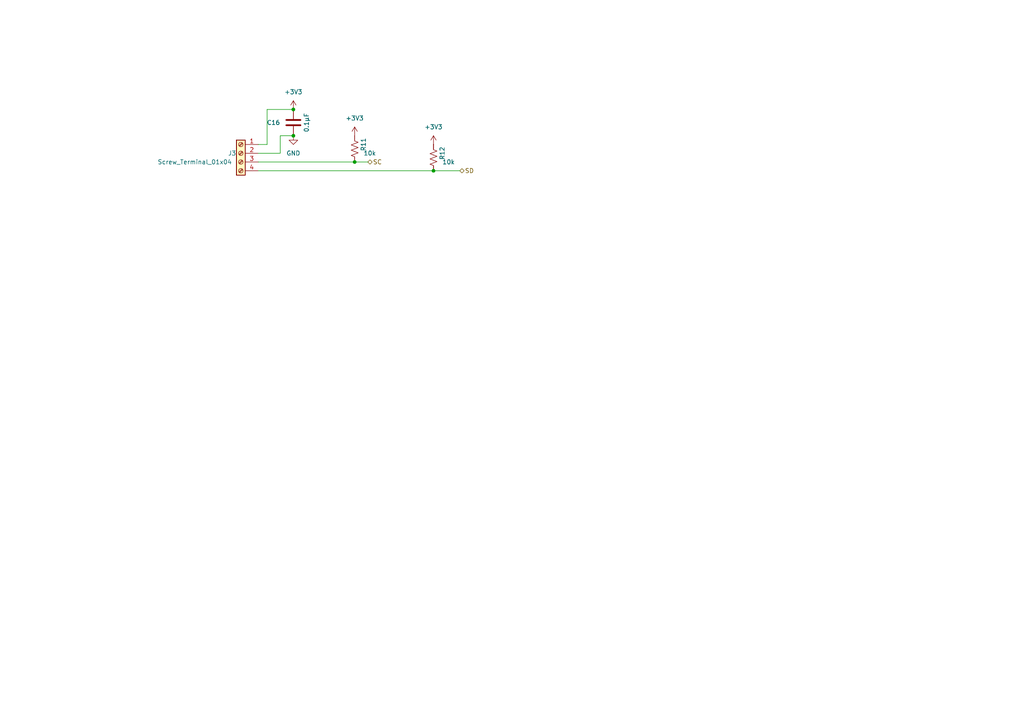
<source format=kicad_sch>
(kicad_sch (version 20231120) (generator "eeschema") (generator_version "8.0")
  (paper "A4")
  (title_block (title "multiplex I2C to 6P4C connectors") (date "2024-07-25") (rev "v0.1.0"))
  (lib_symbols
    (symbol "ProjectLib:C" (pin_numbers hide) (pin_names (offset 0.254))
      (property "Reference" "C" (at 0.635 2.54 0))
      (property "Value" "C" (at 0.635 -2.54 0))
      (symbol "C_0_1"
        (polyline (pts (xy -2.032 -0.762) (xy 2.032 -0.762)) (stroke (width 0.508)))
        (polyline (pts (xy -2.032 0.762) (xy 2.032 0.762)) (stroke (width 0.508)))
      )
      (symbol "C_1_1"
        (pin passive line (at 0 3.81 270) (length 2.794) (name "~") (number "1"))
        (pin passive line (at 0 -3.81 90) (length 2.794) (name "~") (number "2"))
      )
    )
    (symbol "ProjectLib:R_US" (pin_numbers hide) (pin_names (offset 0))
      (property "Reference" "R" (at 2.54 0 90))
      (property "Value" "R_US" (at -2.54 0 90))
      (symbol "R_US_0_1"
        (polyline (pts (xy 0 -2.286) (xy 0 -2.54)))
        (polyline (pts (xy 0 2.286) (xy 0 2.54)))
        (polyline (pts (xy 0 -0.762) (xy 1.016 -1.143) (xy 0 -1.524) (xy -1.016 -1.905) (xy 0 -2.286)))
        (polyline (pts (xy 0 0.762) (xy 1.016 0.381) (xy 0 0) (xy -1.016 -0.381) (xy 0 -0.762)))
        (polyline (pts (xy 0 2.286) (xy 1.016 1.905) (xy 0 1.524) (xy -1.016 1.143) (xy 0 0.762)))
      )
      (symbol "R_US_1_1"
        (pin passive line (at 0 3.81 270) (length 1.27) (name "~") (number "1"))
        (pin passive line (at 0 -3.81 90) (length 1.27) (name "~") (number "2"))
      )
    )
    (symbol "ProjectLib:Screw_Terminal_01x04" (pin_names (offset 1.016) hide)
      (property "Reference" "J" (at 0 5.08 0))
      (property "Value" "Screw_Terminal_01x04" (at 0 -7.62 0))
      (symbol "Screw_Terminal_01x04_1_1"
        (rectangle (start -1.27 3.81) (end 1.27 -6.35) (stroke (width 0.254)) (fill (type background)))
        (circle (center 0 -5.08) (radius 0.635) (stroke (width 0.1524)))
        (circle (center 0 -2.54) (radius 0.635) (stroke (width 0.1524)))
        (polyline (pts (xy -0.5334 -4.7498) (xy 0.3302 -5.588)) (stroke (width 0.1524)))
        (polyline (pts (xy -0.5334 -2.2098) (xy 0.3302 -3.048)) (stroke (width 0.1524)))
        (polyline (pts (xy -0.5334 0.3302) (xy 0.3302 -0.508)) (stroke (width 0.1524)))
        (polyline (pts (xy -0.5334 2.8702) (xy 0.3302 2.032)) (stroke (width 0.1524)))
        (polyline (pts (xy -0.3556 -4.572) (xy 0.508 -5.4102)) (stroke (width 0.1524)))
        (polyline (pts (xy -0.3556 -2.032) (xy 0.508 -2.8702)) (stroke (width 0.1524)))
        (polyline (pts (xy -0.3556 0.508) (xy 0.508 -0.3302)) (stroke (width 0.1524)))
        (polyline (pts (xy -0.3556 3.048) (xy 0.508 2.2098)) (stroke (width 0.1524)))
        (circle (center 0 0) (radius 0.635) (stroke (width 0.1524)))
        (circle (center 0 2.54) (radius 0.635) (stroke (width 0.1524)))
        (pin passive line (at -5.08 2.54 0) (length 3.81) (name "Pin_1") (number "1"))
        (pin passive line (at -5.08 0 0) (length 3.81) (name "Pin_2") (number "2"))
        (pin passive line (at -5.08 -2.54 0) (length 3.81) (name "Pin_3") (number "3"))
        (pin passive line (at -5.08 -5.08 0) (length 3.81) (name "Pin_4") (number "4"))
      )
    )
    (symbol "power:+3V3" (power) (pin_numbers hide) (pin_names (offset 0) hide)
      (property "Value" "+3V3" (at 0 3.556 0))
      (symbol "+3V3_0_1"
        (polyline (pts (xy -0.762 1.27) (xy 0 2.54)))
        (polyline (pts (xy 0 0) (xy 0 2.54)))
        (polyline (pts (xy 0 2.54) (xy 0.762 1.27)))
      )
      (symbol "+3V3_1_1"
        (pin power_in line (at 0 0 90) (length 0) (name "~") (number "1"))
      )
    )
    (symbol "power:GND" (power) (pin_numbers hide) (pin_names (offset 0) hide)
      (property "Value" "GND" (at 0 -3.81 0))
      (symbol "GND_0_1"
        (polyline (pts (xy 0 0) (xy 0 -1.27) (xy 1.27 -1.27) (xy 0 -2.54) (xy -1.27 -1.27) (xy 0 -1.27)))
      )
      (symbol "GND_1_1"
        (pin power_in line (at 0 0 270) (length 0) (name "~") (number "1"))
      )
    )
  )
  (junction (at 85.09 39.37))
  (junction (at 102.87 46.99))
  (junction (at 125.73 49.53))
  (junction (at 85.09 31.75))
  (wire (pts (xy 81.28 39.37) (xy 81.28 44.45)))
  (wire (pts (xy 102.87 46.99) (xy 106.68 46.99)))
  (wire (pts (xy 74.93 46.99) (xy 102.87 46.99)))
  (wire (pts (xy 85.09 31.75) (xy 77.47 31.75)))
  (wire (pts (xy 85.09 39.37) (xy 81.28 39.37)))
  (wire (pts (xy 77.47 31.75) (xy 77.47 41.91)))
  (wire (pts (xy 74.93 49.53) (xy 125.73 49.53)))
  (wire (pts (xy 77.47 41.91) (xy 74.93 41.91)))
  (wire (pts (xy 81.28 44.45) (xy 74.93 44.45)))
  (wire (pts (xy 125.73 49.53) (xy 133.35 49.53)))
  (hierarchical_label "SC" (shape bidirectional) (at 106.68 46.99 0))
  (hierarchical_label "SD" (shape bidirectional) (at 133.35 49.53 0))
  (symbol (lib_id "ProjectLib:R_US") (at 102.87 43.18 0) (unit 1)
    (property "Reference" "R11" (at 105.41 41.91 90))
    (property "Value" "10k" (at 105.41 44.45 0) (effects (justify left)))
    (property "Footprint" "ProjectLib:R_0603_1608Metric" (effects (hide yes)))
    (property "Description" "Resistor, US symbol" (effects (hide yes)))
    (instances (project "multiplexI2CwithRJ11" (path "" (reference "R11") (unit 1)) (path "" (reference "R15") (unit 1)) (path "" (reference "R21") (unit 1)) (path "" (reference "R13") (unit 1)) (path "" (reference "R9") (unit 1)) (path "" (reference "R19") (unit 1)) (path "" (reference "R7") (unit 1)) (path "" (reference "R17") (unit 1))))
  )
  (symbol (lib_id "power:+3V3") (at 102.87 39.37 0) (unit 1)
    (property "Reference" "#PWR051" (effects (hide yes)))
    (property "Value" "+3V3" (at 102.87 34.29 0))
    (property "Description" "Power symbol creates a global label with name \"+3V3\"" (effects (hide yes)))
    (instances (project "multiplexI2CwithRJ11" (path "" (reference "#PWR051") (unit 1)) (path "" (reference "#PWR059") (unit 1)) (path "" (reference "#PWR071") (unit 1)) (path "" (reference "#PWR055") (unit 1)) (path "" (reference "#PWR045") (unit 1)) (path "" (reference "#PWR067") (unit 1)) (path "" (reference "#PWR039") (unit 1)) (path "" (reference "#PWR063") (unit 1))))
  )
  (symbol (lib_id "power:GND") (at 85.09 39.37 0) (unit 1)
    (property "Reference" "#PWR047" (effects (hide yes)))
    (property "Value" "GND" (at 85.09 44.45 0))
    (property "Description" "Power symbol creates a global label with name \"GND\" , ground" (effects (hide yes)))
    (instances (project "multiplexI2CwithRJ11" (path "" (reference "#PWR047") (unit 1)) (path "" (reference "#PWR057") (unit 1)) (path "" (reference "#PWR069") (unit 1)) (path "" (reference "#PWR053") (unit 1)) (path "" (reference "#PWR040") (unit 1)) (path "" (reference "#PWR065") (unit 1)) (path "" (reference "#PWR037") (unit 1)) (path "" (reference "#PWR061") (unit 1))))
  )
  (symbol (lib_id "ProjectLib:R_US") (at 125.73 45.72 0) (unit 1)
    (property "Reference" "R12" (at 128.27 44.45 90))
    (property "Value" "10k" (at 128.27 46.99 0) (effects (justify left)))
    (property "Footprint" "ProjectLib:R_0603_1608Metric" (effects (hide yes)))
    (property "Description" "Resistor, US symbol" (effects (hide yes)))
    (instances (project "multiplexI2CwithRJ11" (path "" (reference "R12") (unit 1)) (path "" (reference "R16") (unit 1)) (path "" (reference "R22") (unit 1)) (path "" (reference "R14") (unit 1)) (path "" (reference "R10") (unit 1)) (path "" (reference "R20") (unit 1)) (path "" (reference "R8") (unit 1)) (path "" (reference "R18") (unit 1))))
  )
  (symbol (lib_id "ProjectLib:C") (at 85.09 35.56 0) (mirror y) (unit 1)
    (property "Reference" "C16" (at 81.28 35.56 0) (effects (justify left)))
    (property "Value" "0.1µF" (at 88.9 35.56 90))
    (property "Footprint" "ProjectLib:C_0805_2012Metric" (effects (hide yes)))
    (property "Description" "Unpolarized capacitor" (effects (hide yes)))
    (instances (project "multiplexI2CwithRJ11" (path "" (reference "C16") (unit 1)) (path "" (reference "C18") (unit 1)) (path "" (reference "C21") (unit 1)) (path "" (reference "C17") (unit 1)) (path "" (reference "C15") (unit 1)) (path "" (reference "C20") (unit 1)) (path "" (reference "C14") (unit 1)) (path "" (reference "C19") (unit 1))))
  )
  (symbol (lib_id "ProjectLib:Screw_Terminal_01x04") (at 69.85 44.45 0) (mirror y) (unit 1)
    (property "Reference" "J3" (at 67.31 44.4499 0))
    (property "Value" "Screw_Terminal_01x04" (at 67.31 46.9899 0) (effects (justify left)))
    (property "Footprint" "ProjectLib:TerminalBlock_Phoenix_MPT-0,5-4-2.54_1x04_P2.54mm_Horizontal" (effects (hide yes)))
    (property "Description" "Generic screw terminal, single row, 01x04, script generated (kicad-library-utils/schlib/autogen/connector/)" (effects (hide yes)))
    (instances (project "" (path "" (reference "J3") (unit 1)) (path "" (reference "J5") (unit 1)) (path "" (reference "J8") (unit 1)) (path "" (reference "J4") (unit 1)) (path "" (reference "J2") (unit 1)) (path "" (reference "J7") (unit 1)) (path "" (reference "J1") (unit 1)) (path "" (reference "J6") (unit 1))))
  )
  (symbol (lib_id "power:+3V3") (at 125.73 41.91 0) (unit 1)
    (property "Reference" "#PWR052" (effects (hide yes)))
    (property "Value" "+3V3" (at 125.73 36.83 0))
    (property "Description" "Power symbol creates a global label with name \"+3V3\"" (effects (hide yes)))
    (instances (project "multiplexI2CwithRJ11" (path "" (reference "#PWR052") (unit 1)) (path "" (reference "#PWR060") (unit 1)) (path "" (reference "#PWR072") (unit 1)) (path "" (reference "#PWR056") (unit 1)) (path "" (reference "#PWR046") (unit 1)) (path "" (reference "#PWR068") (unit 1)) (path "" (reference "#PWR044") (unit 1)) (path "" (reference "#PWR064") (unit 1))))
  )
  (symbol (lib_id "power:+3V3") (at 85.09 31.75 0) (unit 1)
    (property "Reference" "#PWR048" (effects (hide yes)))
    (property "Value" "+3V3" (at 85.09 26.67 0))
    (property "Description" "Power symbol creates a global label with name \"+3V3\"" (effects (hide yes)))
    (instances (project "multiplexI2CwithRJ11" (path "" (reference "#PWR048") (unit 1)) (path "" (reference "#PWR058") (unit 1)) (path "" (reference "#PWR070") (unit 1)) (path "" (reference "#PWR054") (unit 1)) (path "" (reference "#PWR043") (unit 1)) (path "" (reference "#PWR066") (unit 1)) (path "" (reference "#PWR038") (unit 1)) (path "" (reference "#PWR062") (unit 1))))
  )
)
</source>
